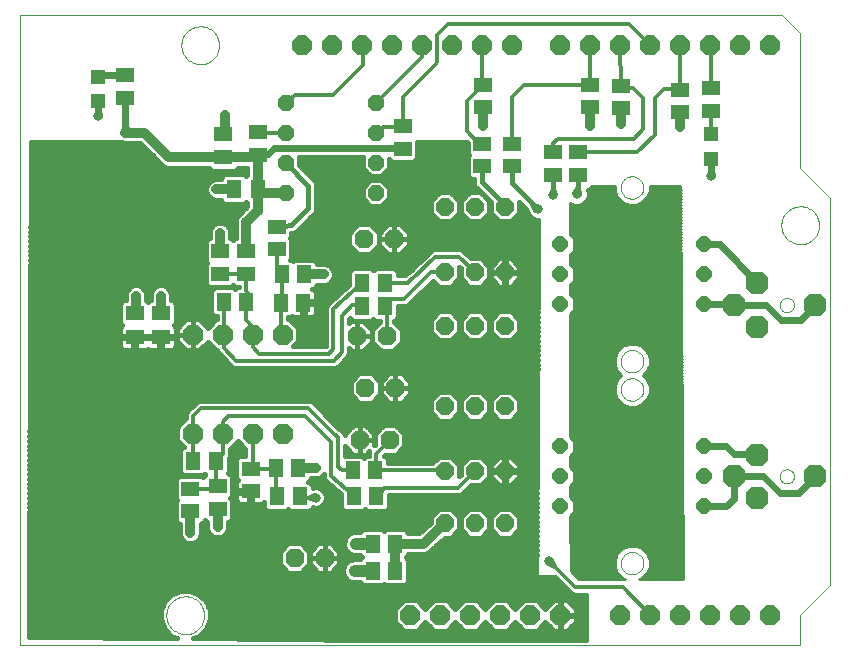
<source format=gtl>
G75*
%MOIN*%
%OFA0B0*%
%FSLAX24Y24*%
%IPPOS*%
%LPD*%
%AMOC8*
5,1,8,0,0,1.08239X$1,22.5*
%
%ADD10OC8,0.0630*%
%ADD11OC8,0.0680*%
%ADD12OC8,0.0600*%
%ADD13R,0.0591X0.0512*%
%ADD14R,0.0512X0.0591*%
%ADD15OC8,0.0512*%
%ADD16C,0.0000*%
%ADD17OC8,0.0660*%
%ADD18OC8,0.0520*%
%ADD19OC8,0.0760*%
%ADD20R,0.0630X0.0512*%
%ADD21R,0.0472X0.0472*%
%ADD22R,0.0512X0.0630*%
%ADD23C,0.0320*%
%ADD24C,0.0120*%
%ADD25C,0.0317*%
%ADD26C,0.0400*%
%ADD27C,0.0356*%
%ADD28C,0.0240*%
%ADD29C,0.0160*%
%ADD30C,0.0100*%
D10*
X011846Y003413D03*
X012846Y003413D03*
X014011Y007350D03*
X015011Y007350D03*
X015208Y009083D03*
X014208Y009083D03*
X013932Y010815D03*
X014932Y010815D03*
X015169Y014043D03*
X014169Y014043D03*
D11*
X011444Y010851D03*
X010444Y010851D03*
X009444Y010851D03*
X008444Y010851D03*
X008444Y007551D03*
X009444Y007551D03*
X010444Y007551D03*
X011444Y007551D03*
D12*
X016857Y008469D03*
X017857Y008469D03*
X018857Y008469D03*
X018857Y006311D03*
X017857Y006311D03*
X016857Y006311D03*
X016857Y004571D03*
X017857Y004571D03*
X018857Y004571D03*
X018857Y011146D03*
X017857Y011146D03*
X016857Y011146D03*
X016857Y012925D03*
X017857Y012925D03*
X018857Y012925D03*
X018857Y015122D03*
X017857Y015122D03*
X016857Y015122D03*
D13*
X018094Y016465D03*
X018094Y017213D03*
X019078Y017213D03*
X019078Y016465D03*
X020456Y016189D03*
X021283Y016189D03*
X021283Y016937D03*
X020456Y016937D03*
X021676Y018433D03*
X021676Y019181D03*
X022739Y019142D03*
X022739Y018394D03*
X024708Y018276D03*
X025731Y018315D03*
X025731Y019063D03*
X024708Y019024D03*
X018133Y019181D03*
X018133Y018433D03*
X015456Y017803D03*
X015456Y017055D03*
X011243Y014457D03*
X011243Y013709D03*
X010220Y013630D03*
X010220Y012882D03*
X009354Y012882D03*
X009354Y013630D03*
X010613Y016858D03*
X010613Y017606D03*
X006204Y018748D03*
X006204Y019496D03*
X010377Y006386D03*
X009275Y005795D03*
X009275Y005047D03*
X008369Y004969D03*
X008369Y005717D03*
X010377Y005638D03*
D14*
X011263Y005461D03*
X012011Y005461D03*
X011972Y006406D03*
X011224Y006406D03*
X009216Y006642D03*
X008468Y006642D03*
X013783Y006327D03*
X014531Y006327D03*
X014570Y005461D03*
X013822Y005461D03*
X014452Y003886D03*
X015200Y003886D03*
X015200Y002980D03*
X014452Y002980D03*
X014098Y011799D03*
X014846Y011799D03*
X014846Y012587D03*
X014098Y012587D03*
X012169Y012862D03*
X011420Y012862D03*
X011381Y011917D03*
X012129Y011917D03*
X010239Y011957D03*
X009491Y011957D03*
D15*
X020694Y011862D03*
X020705Y012862D03*
X020694Y013862D03*
X025494Y013862D03*
X025494Y012862D03*
X025494Y011862D03*
X025494Y007130D03*
X025494Y006130D03*
X025494Y005130D03*
X020694Y005130D03*
X020705Y006130D03*
X020694Y007130D03*
D16*
X002700Y000500D02*
X002700Y021500D01*
X028100Y021500D01*
X028700Y020900D01*
X028700Y016400D01*
X029700Y015400D01*
X029700Y002500D01*
X028700Y001500D01*
X028700Y000500D01*
X002700Y000500D01*
X007570Y001500D02*
X007572Y001550D01*
X007578Y001600D01*
X007588Y001649D01*
X007602Y001697D01*
X007619Y001744D01*
X007640Y001789D01*
X007665Y001833D01*
X007693Y001874D01*
X007725Y001913D01*
X007759Y001950D01*
X007796Y001984D01*
X007836Y002014D01*
X007878Y002041D01*
X007922Y002065D01*
X007968Y002086D01*
X008015Y002102D01*
X008063Y002115D01*
X008113Y002124D01*
X008162Y002129D01*
X008213Y002130D01*
X008263Y002127D01*
X008312Y002120D01*
X008361Y002109D01*
X008409Y002094D01*
X008455Y002076D01*
X008500Y002054D01*
X008543Y002028D01*
X008584Y001999D01*
X008623Y001967D01*
X008659Y001932D01*
X008691Y001894D01*
X008721Y001854D01*
X008748Y001811D01*
X008771Y001767D01*
X008790Y001721D01*
X008806Y001673D01*
X008818Y001624D01*
X008826Y001575D01*
X008830Y001525D01*
X008830Y001475D01*
X008826Y001425D01*
X008818Y001376D01*
X008806Y001327D01*
X008790Y001279D01*
X008771Y001233D01*
X008748Y001189D01*
X008721Y001146D01*
X008691Y001106D01*
X008659Y001068D01*
X008623Y001033D01*
X008584Y001001D01*
X008543Y000972D01*
X008500Y000946D01*
X008455Y000924D01*
X008409Y000906D01*
X008361Y000891D01*
X008312Y000880D01*
X008263Y000873D01*
X008213Y000870D01*
X008162Y000871D01*
X008113Y000876D01*
X008063Y000885D01*
X008015Y000898D01*
X007968Y000914D01*
X007922Y000935D01*
X007878Y000959D01*
X007836Y000986D01*
X007796Y001016D01*
X007759Y001050D01*
X007725Y001087D01*
X007693Y001126D01*
X007665Y001167D01*
X007640Y001211D01*
X007619Y001256D01*
X007602Y001303D01*
X007588Y001351D01*
X007578Y001400D01*
X007572Y001450D01*
X007570Y001500D01*
X022720Y003235D02*
X022722Y003273D01*
X022728Y003312D01*
X022738Y003349D01*
X022751Y003385D01*
X022769Y003419D01*
X022789Y003452D01*
X022813Y003482D01*
X022840Y003509D01*
X022870Y003534D01*
X022901Y003556D01*
X022935Y003574D01*
X022971Y003588D01*
X023008Y003599D01*
X023046Y003606D01*
X023084Y003609D01*
X023123Y003608D01*
X023161Y003603D01*
X023199Y003594D01*
X023235Y003581D01*
X023270Y003565D01*
X023303Y003545D01*
X023334Y003522D01*
X023362Y003496D01*
X023387Y003467D01*
X023410Y003436D01*
X023429Y003402D01*
X023444Y003367D01*
X023456Y003330D01*
X023464Y003293D01*
X023468Y003254D01*
X023468Y003216D01*
X023464Y003177D01*
X023456Y003140D01*
X023444Y003103D01*
X023429Y003068D01*
X023410Y003034D01*
X023387Y003003D01*
X023362Y002974D01*
X023334Y002948D01*
X023303Y002925D01*
X023270Y002905D01*
X023235Y002889D01*
X023199Y002876D01*
X023161Y002867D01*
X023123Y002862D01*
X023084Y002861D01*
X023046Y002864D01*
X023008Y002871D01*
X022971Y002882D01*
X022935Y002896D01*
X022901Y002914D01*
X022870Y002936D01*
X022840Y002961D01*
X022813Y002988D01*
X022789Y003018D01*
X022769Y003051D01*
X022751Y003085D01*
X022738Y003121D01*
X022728Y003158D01*
X022722Y003197D01*
X022720Y003235D01*
X028015Y006130D02*
X028017Y006160D01*
X028023Y006190D01*
X028032Y006219D01*
X028045Y006246D01*
X028062Y006271D01*
X028081Y006294D01*
X028104Y006315D01*
X028129Y006332D01*
X028155Y006346D01*
X028184Y006356D01*
X028213Y006363D01*
X028243Y006366D01*
X028274Y006365D01*
X028304Y006360D01*
X028333Y006351D01*
X028360Y006339D01*
X028386Y006324D01*
X028410Y006305D01*
X028431Y006283D01*
X028449Y006259D01*
X028464Y006232D01*
X028475Y006204D01*
X028483Y006175D01*
X028487Y006145D01*
X028487Y006115D01*
X028483Y006085D01*
X028475Y006056D01*
X028464Y006028D01*
X028449Y006001D01*
X028431Y005977D01*
X028410Y005955D01*
X028386Y005936D01*
X028360Y005921D01*
X028333Y005909D01*
X028304Y005900D01*
X028274Y005895D01*
X028243Y005894D01*
X028213Y005897D01*
X028184Y005904D01*
X028155Y005914D01*
X028129Y005928D01*
X028104Y005945D01*
X028081Y005966D01*
X028062Y005989D01*
X028045Y006014D01*
X028032Y006041D01*
X028023Y006070D01*
X028017Y006100D01*
X028015Y006130D01*
X022720Y009025D02*
X022722Y009063D01*
X022728Y009102D01*
X022738Y009139D01*
X022751Y009175D01*
X022769Y009209D01*
X022789Y009242D01*
X022813Y009272D01*
X022840Y009299D01*
X022870Y009324D01*
X022901Y009346D01*
X022935Y009364D01*
X022971Y009378D01*
X023008Y009389D01*
X023046Y009396D01*
X023084Y009399D01*
X023123Y009398D01*
X023161Y009393D01*
X023199Y009384D01*
X023235Y009371D01*
X023270Y009355D01*
X023303Y009335D01*
X023334Y009312D01*
X023362Y009286D01*
X023387Y009257D01*
X023410Y009226D01*
X023429Y009192D01*
X023444Y009157D01*
X023456Y009120D01*
X023464Y009083D01*
X023468Y009044D01*
X023468Y009006D01*
X023464Y008967D01*
X023456Y008930D01*
X023444Y008893D01*
X023429Y008858D01*
X023410Y008824D01*
X023387Y008793D01*
X023362Y008764D01*
X023334Y008738D01*
X023303Y008715D01*
X023270Y008695D01*
X023235Y008679D01*
X023199Y008666D01*
X023161Y008657D01*
X023123Y008652D01*
X023084Y008651D01*
X023046Y008654D01*
X023008Y008661D01*
X022971Y008672D01*
X022935Y008686D01*
X022901Y008704D01*
X022870Y008726D01*
X022840Y008751D01*
X022813Y008778D01*
X022789Y008808D01*
X022769Y008841D01*
X022751Y008875D01*
X022738Y008911D01*
X022728Y008948D01*
X022722Y008987D01*
X022720Y009025D01*
X022720Y009967D02*
X022722Y010005D01*
X022728Y010044D01*
X022738Y010081D01*
X022751Y010117D01*
X022769Y010151D01*
X022789Y010184D01*
X022813Y010214D01*
X022840Y010241D01*
X022870Y010266D01*
X022901Y010288D01*
X022935Y010306D01*
X022971Y010320D01*
X023008Y010331D01*
X023046Y010338D01*
X023084Y010341D01*
X023123Y010340D01*
X023161Y010335D01*
X023199Y010326D01*
X023235Y010313D01*
X023270Y010297D01*
X023303Y010277D01*
X023334Y010254D01*
X023362Y010228D01*
X023387Y010199D01*
X023410Y010168D01*
X023429Y010134D01*
X023444Y010099D01*
X023456Y010062D01*
X023464Y010025D01*
X023468Y009986D01*
X023468Y009948D01*
X023464Y009909D01*
X023456Y009872D01*
X023444Y009835D01*
X023429Y009800D01*
X023410Y009766D01*
X023387Y009735D01*
X023362Y009706D01*
X023334Y009680D01*
X023303Y009657D01*
X023270Y009637D01*
X023235Y009621D01*
X023199Y009608D01*
X023161Y009599D01*
X023123Y009594D01*
X023084Y009593D01*
X023046Y009596D01*
X023008Y009603D01*
X022971Y009614D01*
X022935Y009628D01*
X022901Y009646D01*
X022870Y009668D01*
X022840Y009693D01*
X022813Y009720D01*
X022789Y009750D01*
X022769Y009783D01*
X022751Y009817D01*
X022738Y009853D01*
X022728Y009890D01*
X022722Y009929D01*
X022720Y009967D01*
X028015Y011839D02*
X028017Y011869D01*
X028023Y011899D01*
X028032Y011928D01*
X028045Y011955D01*
X028062Y011980D01*
X028081Y012003D01*
X028104Y012024D01*
X028129Y012041D01*
X028155Y012055D01*
X028184Y012065D01*
X028213Y012072D01*
X028243Y012075D01*
X028274Y012074D01*
X028304Y012069D01*
X028333Y012060D01*
X028360Y012048D01*
X028386Y012033D01*
X028410Y012014D01*
X028431Y011992D01*
X028449Y011968D01*
X028464Y011941D01*
X028475Y011913D01*
X028483Y011884D01*
X028487Y011854D01*
X028487Y011824D01*
X028483Y011794D01*
X028475Y011765D01*
X028464Y011737D01*
X028449Y011710D01*
X028431Y011686D01*
X028410Y011664D01*
X028386Y011645D01*
X028360Y011630D01*
X028333Y011618D01*
X028304Y011609D01*
X028274Y011604D01*
X028243Y011603D01*
X028213Y011606D01*
X028184Y011613D01*
X028155Y011623D01*
X028129Y011637D01*
X028104Y011654D01*
X028081Y011675D01*
X028062Y011698D01*
X028045Y011723D01*
X028032Y011750D01*
X028023Y011779D01*
X028017Y011809D01*
X028015Y011839D01*
X028070Y014500D02*
X028072Y014550D01*
X028078Y014600D01*
X028088Y014649D01*
X028102Y014697D01*
X028119Y014744D01*
X028140Y014789D01*
X028165Y014833D01*
X028193Y014874D01*
X028225Y014913D01*
X028259Y014950D01*
X028296Y014984D01*
X028336Y015014D01*
X028378Y015041D01*
X028422Y015065D01*
X028468Y015086D01*
X028515Y015102D01*
X028563Y015115D01*
X028613Y015124D01*
X028662Y015129D01*
X028713Y015130D01*
X028763Y015127D01*
X028812Y015120D01*
X028861Y015109D01*
X028909Y015094D01*
X028955Y015076D01*
X029000Y015054D01*
X029043Y015028D01*
X029084Y014999D01*
X029123Y014967D01*
X029159Y014932D01*
X029191Y014894D01*
X029221Y014854D01*
X029248Y014811D01*
X029271Y014767D01*
X029290Y014721D01*
X029306Y014673D01*
X029318Y014624D01*
X029326Y014575D01*
X029330Y014525D01*
X029330Y014475D01*
X029326Y014425D01*
X029318Y014376D01*
X029306Y014327D01*
X029290Y014279D01*
X029271Y014233D01*
X029248Y014189D01*
X029221Y014146D01*
X029191Y014106D01*
X029159Y014068D01*
X029123Y014033D01*
X029084Y014001D01*
X029043Y013972D01*
X029000Y013946D01*
X028955Y013924D01*
X028909Y013906D01*
X028861Y013891D01*
X028812Y013880D01*
X028763Y013873D01*
X028713Y013870D01*
X028662Y013871D01*
X028613Y013876D01*
X028563Y013885D01*
X028515Y013898D01*
X028468Y013914D01*
X028422Y013935D01*
X028378Y013959D01*
X028336Y013986D01*
X028296Y014016D01*
X028259Y014050D01*
X028225Y014087D01*
X028193Y014126D01*
X028165Y014167D01*
X028140Y014211D01*
X028119Y014256D01*
X028102Y014303D01*
X028088Y014351D01*
X028078Y014400D01*
X028072Y014450D01*
X028070Y014500D01*
X022720Y015757D02*
X022722Y015795D01*
X022728Y015834D01*
X022738Y015871D01*
X022751Y015907D01*
X022769Y015941D01*
X022789Y015974D01*
X022813Y016004D01*
X022840Y016031D01*
X022870Y016056D01*
X022901Y016078D01*
X022935Y016096D01*
X022971Y016110D01*
X023008Y016121D01*
X023046Y016128D01*
X023084Y016131D01*
X023123Y016130D01*
X023161Y016125D01*
X023199Y016116D01*
X023235Y016103D01*
X023270Y016087D01*
X023303Y016067D01*
X023334Y016044D01*
X023362Y016018D01*
X023387Y015989D01*
X023410Y015958D01*
X023429Y015924D01*
X023444Y015889D01*
X023456Y015852D01*
X023464Y015815D01*
X023468Y015776D01*
X023468Y015738D01*
X023464Y015699D01*
X023456Y015662D01*
X023444Y015625D01*
X023429Y015590D01*
X023410Y015556D01*
X023387Y015525D01*
X023362Y015496D01*
X023334Y015470D01*
X023303Y015447D01*
X023270Y015427D01*
X023235Y015411D01*
X023199Y015398D01*
X023161Y015389D01*
X023123Y015384D01*
X023084Y015383D01*
X023046Y015386D01*
X023008Y015393D01*
X022971Y015404D01*
X022935Y015418D01*
X022901Y015436D01*
X022870Y015458D01*
X022840Y015483D01*
X022813Y015510D01*
X022789Y015540D01*
X022769Y015573D01*
X022751Y015607D01*
X022738Y015643D01*
X022728Y015680D01*
X022722Y015719D01*
X022720Y015757D01*
X008070Y020500D02*
X008072Y020550D01*
X008078Y020600D01*
X008088Y020649D01*
X008102Y020697D01*
X008119Y020744D01*
X008140Y020789D01*
X008165Y020833D01*
X008193Y020874D01*
X008225Y020913D01*
X008259Y020950D01*
X008296Y020984D01*
X008336Y021014D01*
X008378Y021041D01*
X008422Y021065D01*
X008468Y021086D01*
X008515Y021102D01*
X008563Y021115D01*
X008613Y021124D01*
X008662Y021129D01*
X008713Y021130D01*
X008763Y021127D01*
X008812Y021120D01*
X008861Y021109D01*
X008909Y021094D01*
X008955Y021076D01*
X009000Y021054D01*
X009043Y021028D01*
X009084Y020999D01*
X009123Y020967D01*
X009159Y020932D01*
X009191Y020894D01*
X009221Y020854D01*
X009248Y020811D01*
X009271Y020767D01*
X009290Y020721D01*
X009306Y020673D01*
X009318Y020624D01*
X009326Y020575D01*
X009330Y020525D01*
X009330Y020475D01*
X009326Y020425D01*
X009318Y020376D01*
X009306Y020327D01*
X009290Y020279D01*
X009271Y020233D01*
X009248Y020189D01*
X009221Y020146D01*
X009191Y020106D01*
X009159Y020068D01*
X009123Y020033D01*
X009084Y020001D01*
X009043Y019972D01*
X009000Y019946D01*
X008955Y019924D01*
X008909Y019906D01*
X008861Y019891D01*
X008812Y019880D01*
X008763Y019873D01*
X008713Y019870D01*
X008662Y019871D01*
X008613Y019876D01*
X008563Y019885D01*
X008515Y019898D01*
X008468Y019914D01*
X008422Y019935D01*
X008378Y019959D01*
X008336Y019986D01*
X008296Y020016D01*
X008259Y020050D01*
X008225Y020087D01*
X008193Y020126D01*
X008165Y020167D01*
X008140Y020211D01*
X008119Y020256D01*
X008102Y020303D01*
X008088Y020351D01*
X008078Y020400D01*
X008072Y020450D01*
X008070Y020500D01*
D17*
X012100Y020500D03*
X013100Y020500D03*
X014100Y020500D03*
X015100Y020500D03*
X016100Y020500D03*
X017100Y020500D03*
X018100Y020500D03*
X019100Y020500D03*
X020700Y020500D03*
X021700Y020500D03*
X022700Y020500D03*
X023700Y020500D03*
X024700Y020500D03*
X025700Y020500D03*
X026700Y020500D03*
X027700Y020500D03*
X027700Y001500D03*
X026700Y001500D03*
X025700Y001500D03*
X024700Y001500D03*
X023700Y001500D03*
X022700Y001500D03*
X020700Y001500D03*
X019700Y001500D03*
X018700Y001500D03*
X017700Y001500D03*
X016700Y001500D03*
X015700Y001500D03*
D18*
X014554Y015575D03*
X014554Y016575D03*
X014554Y017575D03*
X014554Y018575D03*
X011554Y018575D03*
X011554Y017575D03*
X011554Y016575D03*
X011554Y015575D03*
D19*
X026480Y011839D03*
X027267Y012567D03*
X029196Y011839D03*
X027267Y011110D03*
X027267Y006858D03*
X026480Y006130D03*
X027267Y005402D03*
X029196Y006130D03*
D20*
X009472Y016760D03*
X009472Y017547D03*
X007385Y011563D03*
X006519Y011563D03*
X006519Y010776D03*
X007385Y010776D03*
D21*
X005298Y018630D03*
X005298Y019457D03*
X025731Y017528D03*
X025731Y016701D03*
D22*
X010613Y015697D03*
X009826Y015697D03*
D23*
X009235Y015697D01*
X009472Y016760D02*
X007661Y016760D01*
X006834Y017587D01*
X006204Y017587D01*
X009472Y017547D02*
X009511Y017744D01*
X009511Y018177D01*
X010613Y016858D02*
X010515Y016760D01*
X009472Y016760D01*
X010613Y016858D02*
X010613Y015697D01*
X010613Y014988D01*
X010220Y014594D01*
X010220Y013630D01*
X009354Y013630D02*
X009354Y014240D01*
X010735Y015575D02*
X010613Y015697D01*
X010735Y015575D02*
X011554Y015575D01*
X015357Y017783D02*
X015436Y017783D01*
X015456Y017803D01*
X018133Y017823D02*
X018133Y018433D01*
X021676Y018433D02*
X021676Y017823D01*
X022739Y017862D02*
X022739Y018394D01*
X024708Y018276D02*
X024708Y017783D01*
X012818Y012862D02*
X012169Y012862D01*
X007385Y012154D02*
X007385Y011563D01*
X006558Y011563D02*
X006558Y012154D01*
X006558Y011563D02*
X006519Y011563D01*
X011972Y006406D02*
X012543Y006406D01*
X009275Y005047D02*
X009275Y004437D01*
X008369Y004240D02*
X008369Y004969D01*
X015200Y003886D02*
X015200Y002980D01*
X015200Y003886D02*
X016133Y003886D01*
X016857Y004571D01*
D24*
X017283Y005736D02*
X014826Y005736D01*
X014550Y005303D01*
X014570Y005461D01*
X013822Y005461D02*
X013054Y006150D01*
X013054Y007272D01*
X012188Y008138D01*
X009629Y008138D01*
X009444Y007953D01*
X009444Y007551D01*
X009444Y006870D01*
X009216Y006642D01*
X009216Y005854D01*
X009275Y005795D01*
X009196Y005717D01*
X008369Y005717D01*
X008468Y006642D02*
X008468Y008157D01*
X008724Y008413D01*
X012306Y008413D01*
X013172Y007547D01*
X013291Y007429D01*
X013291Y006445D01*
X013409Y006327D01*
X013704Y006327D01*
X013783Y006327D01*
X014531Y006327D02*
X014550Y006346D01*
X014550Y006878D01*
X015011Y007339D01*
X015011Y007350D01*
X014531Y006327D02*
X016842Y006327D01*
X016857Y006311D01*
X017283Y005736D02*
X017857Y006311D01*
X020338Y003295D02*
X020302Y003204D01*
X020512Y003121D01*
X020429Y003331D01*
X020338Y003295D01*
X021204Y002429D01*
X022779Y002429D01*
X023700Y001508D01*
X023700Y001500D01*
X012543Y005421D02*
X012503Y005511D01*
X012296Y005421D01*
X012503Y005331D01*
X012543Y005421D01*
X012503Y005421D01*
X012011Y005421D01*
X012011Y005461D01*
X011263Y005461D02*
X011224Y005500D01*
X011224Y006406D01*
X011204Y006386D01*
X010377Y006386D01*
X010444Y006453D01*
X010444Y007551D01*
X008444Y007551D02*
X008444Y006665D01*
X008468Y006642D01*
X009905Y009988D02*
X011913Y009988D01*
X013172Y009988D01*
X013409Y010264D01*
X013409Y010500D01*
X013409Y011484D01*
X013763Y011839D01*
X014098Y011799D01*
X014846Y011799D02*
X014932Y011713D01*
X014932Y010815D01*
X014846Y011799D02*
X015082Y012035D01*
X015495Y012035D01*
X016385Y012925D01*
X016857Y012925D01*
X016519Y013453D02*
X017330Y013453D01*
X017857Y012925D01*
X016519Y013453D02*
X015771Y012705D01*
X015731Y012705D01*
X015613Y012587D01*
X014846Y012587D01*
X014098Y012587D02*
X013133Y011701D01*
X013133Y010382D01*
X012976Y010224D01*
X010653Y010224D01*
X010444Y010433D01*
X010444Y010851D01*
X010495Y010902D01*
X010495Y011091D01*
X010239Y011346D01*
X010239Y011957D01*
X010338Y012055D01*
X010338Y012193D01*
X010220Y012311D01*
X010220Y012882D01*
X009354Y012882D01*
X009491Y011957D02*
X009491Y010898D01*
X009491Y010402D01*
X009905Y009988D01*
X009444Y010851D02*
X009491Y010898D01*
X011381Y010914D02*
X011444Y010851D01*
X011381Y010914D02*
X011381Y011642D01*
X011420Y011681D01*
X011420Y012862D01*
X011243Y013039D01*
X011243Y013492D01*
X011342Y013709D01*
X011243Y013709D01*
X011381Y011917D02*
X011381Y011642D01*
X014523Y016575D02*
X014554Y016575D01*
X014554Y017575D02*
X014554Y017591D01*
X014787Y017783D01*
X015357Y017783D01*
X015456Y017803D02*
X015456Y018768D01*
X015692Y019004D01*
X016558Y019870D01*
X016598Y019949D01*
X016598Y020854D01*
X016952Y021209D01*
X022976Y021209D01*
X023700Y020500D01*
X022700Y020500D02*
X022739Y019142D01*
X023113Y019063D01*
X023448Y018728D01*
X023448Y017705D01*
X023172Y017390D01*
X022936Y017390D01*
X022818Y017390D01*
X020613Y017390D01*
X020456Y017232D01*
X020456Y016937D01*
X021283Y016937D02*
X023271Y016937D01*
X023842Y017508D01*
X023842Y018728D01*
X024157Y019043D01*
X024688Y019043D01*
X024708Y019024D01*
X024700Y019031D01*
X024700Y020500D01*
X025700Y020500D02*
X025731Y020469D01*
X025731Y019063D01*
X025731Y018315D02*
X025731Y017528D01*
X021700Y019205D02*
X021700Y020500D01*
X021700Y019205D02*
X021676Y019181D01*
X019491Y019181D01*
X019078Y018768D01*
X019078Y017213D01*
X018094Y017213D02*
X017995Y017213D01*
X017582Y017626D01*
X017582Y018630D01*
X018133Y019181D01*
X018100Y019214D01*
X018100Y020500D01*
X016100Y020500D02*
X016086Y020106D01*
X014554Y018575D01*
X014117Y019831D02*
X013133Y018846D01*
X011873Y018846D01*
X011554Y018575D01*
X011554Y017575D02*
X010857Y017575D01*
X010613Y017606D01*
X014117Y019831D02*
X014100Y020500D01*
D25*
X018133Y017823D03*
X020456Y015500D03*
X021243Y015539D03*
X019944Y015028D03*
X021676Y017823D03*
X022739Y017862D03*
X024708Y017783D03*
X025731Y016130D03*
X012818Y012862D03*
X009354Y014240D03*
X009235Y015697D03*
X006204Y017587D03*
X005298Y018138D03*
X009511Y018177D03*
X007385Y012154D03*
X006558Y012154D03*
X012543Y006406D03*
X012543Y005421D03*
X009275Y004437D03*
X008369Y004240D03*
X020338Y003295D03*
D26*
X014452Y002980D02*
X013842Y002980D01*
X013881Y003886D02*
X014452Y003886D01*
D27*
X013881Y003886D03*
X013842Y002980D03*
D28*
X025494Y005130D02*
X026228Y005130D01*
X026480Y005382D01*
X026480Y006130D01*
X027464Y006130D01*
X028015Y005579D01*
X028645Y005579D01*
X029196Y006130D01*
X027267Y006858D02*
X027247Y006878D01*
X026480Y006878D01*
X026228Y007130D01*
X025494Y007130D01*
X028054Y011327D02*
X028724Y011327D01*
X029196Y011839D01*
X028054Y011327D02*
X027543Y011839D01*
X026480Y011839D01*
X026495Y011862D01*
X025494Y011862D01*
X027267Y012567D02*
X026011Y013862D01*
X025494Y013862D01*
X025731Y016130D02*
X025769Y016136D01*
X025731Y016376D01*
X025694Y016136D01*
X025731Y016130D01*
X025731Y016701D01*
X015456Y017055D02*
X015318Y017094D01*
X015062Y017075D01*
X012054Y017075D01*
X011401Y017075D01*
X011165Y017075D01*
X010968Y016878D01*
X010633Y016878D01*
X010613Y016858D01*
X006242Y017593D02*
X006204Y017587D01*
X006166Y017593D01*
X006204Y017833D01*
X006242Y017593D01*
X006204Y017587D02*
X006204Y018748D01*
X005298Y018630D02*
X005298Y018138D01*
X005336Y018144D01*
X005298Y018384D01*
X005260Y018144D01*
X005298Y018138D01*
X005298Y019457D02*
X005338Y019496D01*
X006204Y019496D01*
D29*
X006076Y017272D02*
X006136Y017247D01*
X006693Y017247D01*
X007468Y016472D01*
X007593Y016420D01*
X008986Y016420D01*
X009082Y016324D01*
X009861Y016324D01*
X009957Y016420D01*
X010273Y016420D01*
X010273Y016182D01*
X010220Y016129D01*
X010156Y016192D01*
X009496Y016192D01*
X009390Y016086D01*
X009390Y016037D01*
X009168Y016037D01*
X009043Y015985D01*
X008947Y015889D01*
X008895Y015764D01*
X008895Y015629D01*
X008947Y015504D01*
X009043Y015409D01*
X009168Y015357D01*
X009390Y015357D01*
X009390Y015307D01*
X009496Y015202D01*
X010156Y015202D01*
X010220Y015265D01*
X010273Y015211D01*
X010273Y015129D01*
X009931Y014787D01*
X009880Y014662D01*
X009880Y014066D01*
X009850Y014066D01*
X009787Y014003D01*
X009723Y014066D01*
X009694Y014066D01*
X009694Y014308D01*
X009642Y014433D01*
X009546Y014528D01*
X009421Y014580D01*
X009286Y014580D01*
X009161Y014528D01*
X009065Y014433D01*
X009014Y014308D01*
X009014Y014066D01*
X008984Y014066D01*
X008878Y013960D01*
X008878Y013299D01*
X008922Y013256D01*
X008878Y013212D01*
X008878Y012551D01*
X008984Y012446D01*
X009723Y012446D01*
X009787Y012509D01*
X009850Y012446D01*
X009980Y012446D01*
X009980Y012432D01*
X009909Y012432D01*
X009865Y012388D01*
X009822Y012432D01*
X009161Y012432D01*
X009055Y012327D01*
X009055Y011587D01*
X009161Y011481D01*
X009251Y011481D01*
X009251Y011371D01*
X009229Y011371D01*
X008944Y011086D01*
X008659Y011371D01*
X008444Y011371D01*
X008229Y011371D01*
X007924Y011066D01*
X007924Y010851D01*
X008444Y010851D01*
X008444Y011371D01*
X008444Y010851D01*
X008444Y010851D01*
X008444Y010851D01*
X007924Y010851D01*
X007924Y010635D01*
X008229Y010331D01*
X008444Y010331D01*
X008444Y010851D01*
X008444Y010851D01*
X008444Y010331D01*
X008659Y010331D01*
X008944Y010615D01*
X009229Y010331D01*
X009261Y010331D01*
X009288Y010266D01*
X009701Y009852D01*
X009769Y009785D01*
X009857Y009748D01*
X013134Y009748D01*
X013143Y009745D01*
X013182Y009748D01*
X013220Y009748D01*
X013229Y009752D01*
X013238Y009753D01*
X013273Y009770D01*
X013308Y009785D01*
X013315Y009791D01*
X013324Y009796D01*
X013349Y009825D01*
X013376Y009852D01*
X013380Y009861D01*
X013585Y010101D01*
X013612Y010128D01*
X013616Y010137D01*
X013622Y010144D01*
X013634Y010180D01*
X013649Y010216D01*
X013649Y010226D01*
X013652Y010235D01*
X013649Y010273D01*
X013649Y010399D01*
X013727Y010320D01*
X013932Y010320D01*
X013932Y010815D01*
X013932Y011310D01*
X013727Y011310D01*
X013649Y011231D01*
X013649Y011385D01*
X013677Y011414D01*
X013767Y011324D01*
X014428Y011324D01*
X014472Y011367D01*
X014515Y011324D01*
X014692Y011324D01*
X014692Y011275D01*
X014437Y011020D01*
X014437Y010610D01*
X014727Y010320D01*
X015137Y010320D01*
X015427Y010610D01*
X015427Y011020D01*
X015172Y011275D01*
X015172Y011324D01*
X015176Y011324D01*
X015282Y011429D01*
X015282Y011795D01*
X015543Y011795D01*
X015631Y011832D01*
X015699Y011899D01*
X016452Y012652D01*
X016659Y012445D01*
X017056Y012445D01*
X017337Y012726D01*
X017337Y013106D01*
X017377Y013066D01*
X017377Y012726D01*
X017659Y012445D01*
X018056Y012445D01*
X018337Y012726D01*
X018337Y013124D01*
X018056Y013405D01*
X017717Y013405D01*
X017466Y013656D01*
X017378Y013693D01*
X016471Y013693D01*
X016383Y013656D01*
X016315Y013589D01*
X015663Y012936D01*
X015596Y012908D01*
X015514Y012827D01*
X015282Y012827D01*
X015282Y012956D01*
X015176Y013062D01*
X014515Y013062D01*
X014472Y013018D01*
X014428Y013062D01*
X013767Y013062D01*
X013662Y012956D01*
X013662Y012512D01*
X013002Y011906D01*
X012997Y011904D01*
X012967Y011874D01*
X012936Y011845D01*
X012933Y011840D01*
X012930Y011837D01*
X012913Y011797D01*
X012895Y011759D01*
X012895Y011753D01*
X012893Y011749D01*
X012893Y011706D01*
X012891Y011663D01*
X012893Y011658D01*
X012893Y010481D01*
X012876Y010464D01*
X011793Y010464D01*
X011964Y010635D01*
X011964Y011066D01*
X011659Y011371D01*
X011621Y011371D01*
X011621Y011442D01*
X011712Y011442D01*
X011755Y011486D01*
X011763Y011478D01*
X011804Y011454D01*
X011850Y011442D01*
X012081Y011442D01*
X012081Y011869D01*
X012177Y011869D01*
X012177Y011442D01*
X012409Y011442D01*
X012455Y011454D01*
X012496Y011478D01*
X012529Y011512D01*
X012553Y011553D01*
X012565Y011598D01*
X012565Y011869D01*
X012177Y011869D01*
X012177Y011965D01*
X012565Y011965D01*
X012565Y012236D01*
X012553Y012282D01*
X012529Y012323D01*
X012496Y012357D01*
X012455Y012380D01*
X012430Y012387D01*
X012499Y012387D01*
X012604Y012492D01*
X012604Y012522D01*
X012886Y012522D01*
X013011Y012574D01*
X013106Y012670D01*
X013158Y012795D01*
X013158Y012930D01*
X013106Y013055D01*
X013011Y013150D01*
X012886Y013202D01*
X012604Y013202D01*
X012604Y013232D01*
X012499Y013337D01*
X011838Y013337D01*
X011794Y013294D01*
X011751Y013337D01*
X011678Y013337D01*
X011719Y013378D01*
X011719Y014039D01*
X011675Y014083D01*
X011719Y014126D01*
X011719Y014234D01*
X011746Y014236D01*
X011787Y014236D01*
X011797Y014240D01*
X011808Y014241D01*
X011845Y014260D01*
X011883Y014276D01*
X011890Y014283D01*
X011900Y014288D01*
X011927Y014320D01*
X012454Y014847D01*
X012527Y014920D01*
X012566Y015015D01*
X012566Y015875D01*
X012527Y015970D01*
X011994Y016502D01*
X011994Y016757D01*
X011977Y016775D01*
X014132Y016775D01*
X014114Y016757D01*
X014114Y016393D01*
X014372Y016135D01*
X014737Y016135D01*
X014994Y016393D01*
X014994Y016711D01*
X015086Y016619D01*
X015826Y016619D01*
X015931Y016725D01*
X015931Y017272D01*
X017597Y017272D01*
X017618Y017250D01*
X017618Y016882D01*
X017662Y016839D01*
X017618Y016795D01*
X017618Y016134D01*
X017724Y016029D01*
X017834Y016029D01*
X017834Y015881D01*
X017873Y015786D01*
X017946Y015713D01*
X018377Y015282D01*
X018377Y014923D01*
X018659Y014642D01*
X019056Y014642D01*
X019337Y014923D01*
X019337Y015266D01*
X019556Y015048D01*
X019636Y014887D01*
X019657Y014836D01*
X019752Y014741D01*
X019877Y014689D01*
X019969Y014689D01*
X019905Y002783D01*
X020510Y002783D01*
X021068Y002226D01*
X021156Y002189D01*
X021558Y002189D01*
X021558Y000680D01*
X014255Y000680D01*
X008455Y000729D01*
X008659Y000813D01*
X008887Y001041D01*
X009010Y001339D01*
X009010Y001661D01*
X008887Y001959D01*
X008659Y002187D01*
X008361Y002310D01*
X008039Y002310D01*
X007741Y002187D01*
X007513Y001959D01*
X007390Y001661D01*
X007390Y001339D01*
X007513Y001041D01*
X007741Y000813D01*
X007934Y000734D01*
X002976Y000776D01*
X003054Y017272D01*
X006076Y017272D01*
X006797Y017143D02*
X003054Y017143D01*
X003053Y016984D02*
X006956Y016984D01*
X007114Y016826D02*
X003052Y016826D01*
X003051Y016667D02*
X007273Y016667D01*
X007431Y016509D02*
X003051Y016509D01*
X003050Y016350D02*
X009056Y016350D01*
X009159Y016033D02*
X003048Y016033D01*
X003048Y015875D02*
X008941Y015875D01*
X008895Y015716D02*
X003047Y015716D01*
X003046Y015558D02*
X008925Y015558D01*
X009066Y015399D02*
X003045Y015399D01*
X003045Y015241D02*
X009457Y015241D01*
X009922Y014765D02*
X003042Y014765D01*
X003042Y014607D02*
X009880Y014607D01*
X009880Y014448D02*
X009627Y014448D01*
X009694Y014290D02*
X009880Y014290D01*
X009880Y014131D02*
X009694Y014131D01*
X009014Y014131D02*
X003039Y014131D01*
X003039Y013973D02*
X008890Y013973D01*
X008878Y013814D02*
X003038Y013814D01*
X003037Y013656D02*
X008878Y013656D01*
X008878Y013497D02*
X003036Y013497D01*
X003036Y013339D02*
X008878Y013339D01*
X008878Y013180D02*
X003035Y013180D01*
X003034Y013022D02*
X008878Y013022D01*
X008878Y012863D02*
X003033Y012863D01*
X003033Y012705D02*
X008878Y012705D01*
X008884Y012546D02*
X003032Y012546D01*
X003031Y012388D02*
X006311Y012388D01*
X006270Y012346D02*
X006218Y012221D01*
X006218Y011999D01*
X006129Y011999D01*
X006024Y011893D01*
X006024Y011233D01*
X006087Y011169D01*
X006060Y011142D01*
X006036Y011101D01*
X006024Y011055D01*
X006024Y010824D01*
X006471Y010824D01*
X006471Y010728D01*
X006024Y010728D01*
X006024Y010496D01*
X006036Y010450D01*
X006060Y010409D01*
X006093Y010376D01*
X006134Y010352D01*
X006180Y010340D01*
X006471Y010340D01*
X006471Y010728D01*
X006567Y010728D01*
X006567Y010824D01*
X007014Y010824D01*
X007337Y010824D01*
X007337Y010728D01*
X006567Y010728D01*
X006567Y010340D01*
X006858Y010340D01*
X006903Y010352D01*
X006944Y010376D01*
X006952Y010383D01*
X006960Y010376D01*
X007001Y010352D01*
X007046Y010340D01*
X007337Y010340D01*
X007337Y010728D01*
X007433Y010728D01*
X007433Y010824D01*
X007880Y010824D01*
X007880Y011055D01*
X007868Y011101D01*
X007844Y011142D01*
X007817Y011169D01*
X007880Y011233D01*
X007880Y011893D01*
X007775Y011999D01*
X007725Y011999D01*
X007725Y012221D01*
X007673Y012346D01*
X007578Y012442D01*
X007453Y012494D01*
X007317Y012494D01*
X007192Y012442D01*
X007097Y012346D01*
X007045Y012221D01*
X007045Y011999D01*
X006996Y011999D01*
X006952Y011955D01*
X006908Y011999D01*
X006898Y011999D01*
X006898Y012221D01*
X006847Y012346D01*
X006751Y012442D01*
X006626Y012494D01*
X006491Y012494D01*
X006366Y012442D01*
X006270Y012346D01*
X006222Y012229D02*
X003030Y012229D01*
X003030Y012071D02*
X006218Y012071D01*
X006042Y011912D02*
X003029Y011912D01*
X003028Y011754D02*
X006024Y011754D01*
X006024Y011595D02*
X003027Y011595D01*
X003026Y011437D02*
X006024Y011437D01*
X006024Y011278D02*
X003026Y011278D01*
X003025Y011120D02*
X006047Y011120D01*
X006024Y010961D02*
X003024Y010961D01*
X003023Y010803D02*
X006471Y010803D01*
X006567Y010803D02*
X007337Y010803D01*
X007433Y010803D02*
X007924Y010803D01*
X007880Y010728D02*
X007433Y010728D01*
X007433Y010340D01*
X007724Y010340D01*
X007769Y010352D01*
X007811Y010376D01*
X007844Y010409D01*
X007868Y010450D01*
X007880Y010496D01*
X007880Y010728D01*
X007880Y010644D02*
X007924Y010644D01*
X007877Y010486D02*
X008074Y010486D01*
X008444Y010486D02*
X008444Y010486D01*
X008444Y010644D02*
X008444Y010644D01*
X008444Y010803D02*
X008444Y010803D01*
X008444Y010961D02*
X008444Y010961D01*
X008444Y011120D02*
X008444Y011120D01*
X008444Y011278D02*
X008444Y011278D01*
X008136Y011278D02*
X007880Y011278D01*
X007880Y011437D02*
X009251Y011437D01*
X009136Y011278D02*
X008752Y011278D01*
X008911Y011120D02*
X008977Y011120D01*
X009074Y010486D02*
X008814Y010486D01*
X009262Y010327D02*
X003021Y010327D01*
X003020Y010169D02*
X009385Y010169D01*
X009543Y010010D02*
X003020Y010010D01*
X003019Y009852D02*
X009702Y009852D01*
X008676Y008653D02*
X008588Y008617D01*
X008520Y008549D01*
X008264Y008293D01*
X008228Y008205D01*
X008228Y008070D01*
X007924Y007766D01*
X007924Y007335D01*
X008142Y007117D01*
X008137Y007117D01*
X008032Y007012D01*
X008032Y006272D01*
X008137Y006166D01*
X008798Y006166D01*
X008842Y006210D01*
X008863Y006189D01*
X008800Y006126D01*
X008800Y006092D01*
X008739Y006152D01*
X007999Y006152D01*
X007894Y006047D01*
X007894Y005386D01*
X007938Y005343D01*
X007894Y005299D01*
X007894Y004638D01*
X007999Y004533D01*
X008029Y004533D01*
X008029Y004173D01*
X008081Y004048D01*
X008177Y003952D01*
X008302Y003900D01*
X008437Y003900D01*
X008562Y003952D01*
X008658Y004048D01*
X008709Y004173D01*
X008709Y004533D01*
X008739Y004533D01*
X008845Y004638D01*
X008845Y004672D01*
X008905Y004611D01*
X008935Y004611D01*
X008935Y004369D01*
X008987Y004244D01*
X009082Y004149D01*
X009207Y004097D01*
X009342Y004097D01*
X009467Y004149D01*
X009563Y004244D01*
X009615Y004369D01*
X009615Y004611D01*
X009645Y004611D01*
X009750Y004717D01*
X009750Y005378D01*
X009707Y005421D01*
X009750Y005465D01*
X009750Y006126D01*
X009645Y006231D01*
X009611Y006231D01*
X009652Y006272D01*
X009652Y006744D01*
X009684Y006822D01*
X009684Y007055D01*
X009944Y007315D01*
X010204Y007055D01*
X010204Y006822D01*
X010007Y006822D01*
X009902Y006716D01*
X009902Y006055D01*
X009945Y006012D01*
X009938Y006004D01*
X009914Y005963D01*
X009902Y005917D01*
X009902Y005686D01*
X010329Y005686D01*
X010329Y005590D01*
X009902Y005590D01*
X009902Y005358D01*
X009914Y005312D01*
X009938Y005271D01*
X009971Y005238D01*
X010012Y005214D01*
X010058Y005202D01*
X010329Y005202D01*
X010329Y005590D01*
X010425Y005590D01*
X010425Y005202D01*
X010696Y005202D01*
X010742Y005214D01*
X010783Y005238D01*
X010816Y005271D01*
X010827Y005290D01*
X010827Y005091D01*
X010933Y004985D01*
X011593Y004985D01*
X011637Y005029D01*
X011681Y004985D01*
X012341Y004985D01*
X012447Y005091D01*
X012447Y005094D01*
X012451Y005092D01*
X012453Y005092D01*
X012475Y005083D01*
X012610Y005083D01*
X012734Y005134D01*
X012829Y005230D01*
X012881Y005354D01*
X012881Y005489D01*
X012829Y005613D01*
X012734Y005708D01*
X012610Y005760D01*
X012475Y005760D01*
X012453Y005751D01*
X012451Y005751D01*
X012447Y005749D01*
X012447Y005830D01*
X012341Y005936D01*
X012308Y005936D01*
X012408Y006036D01*
X012408Y006066D01*
X012610Y006066D01*
X012735Y006117D01*
X012814Y006196D01*
X012814Y006191D01*
X012812Y006184D01*
X012814Y006143D01*
X012814Y006102D01*
X012817Y006096D01*
X012817Y006089D01*
X012835Y006052D01*
X012851Y006014D01*
X012856Y006009D01*
X012859Y006003D01*
X012889Y005975D01*
X012918Y005946D01*
X012925Y005944D01*
X013386Y005529D01*
X013386Y005091D01*
X013492Y004985D01*
X014153Y004985D01*
X014196Y005029D01*
X014240Y004985D01*
X014901Y004985D01*
X015006Y005091D01*
X015006Y005496D01*
X017330Y005496D01*
X017419Y005533D01*
X017717Y005831D01*
X018056Y005831D01*
X018337Y006112D01*
X018337Y006510D01*
X018056Y006791D01*
X017659Y006791D01*
X017377Y006510D01*
X017377Y006170D01*
X017337Y006130D01*
X017337Y006510D01*
X017056Y006791D01*
X016659Y006791D01*
X016434Y006567D01*
X014967Y006567D01*
X014967Y006697D01*
X014861Y006802D01*
X014814Y006802D01*
X014867Y006855D01*
X015216Y006855D01*
X015506Y007145D01*
X015506Y007555D01*
X015216Y007845D01*
X014806Y007845D01*
X014516Y007555D01*
X014516Y007183D01*
X014506Y007173D01*
X014506Y007350D01*
X014011Y007350D01*
X014011Y006855D01*
X014216Y006855D01*
X014327Y006967D01*
X014310Y006926D01*
X014310Y006802D01*
X014200Y006802D01*
X014157Y006758D01*
X014113Y006802D01*
X013531Y006802D01*
X013531Y007131D01*
X013806Y006855D01*
X014011Y006855D01*
X014011Y007350D01*
X014011Y007350D01*
X014011Y007350D01*
X014506Y007350D01*
X014506Y007555D01*
X014216Y007845D01*
X014011Y007845D01*
X014011Y007350D01*
X014011Y007845D01*
X013806Y007845D01*
X013516Y007555D01*
X013516Y007512D01*
X013494Y007565D01*
X013426Y007633D01*
X013308Y007751D01*
X012442Y008617D01*
X012354Y008653D01*
X008676Y008653D01*
X008554Y008584D02*
X003013Y008584D01*
X003014Y008742D02*
X013849Y008742D01*
X013713Y008878D02*
X014003Y008588D01*
X014413Y008588D01*
X014703Y008878D01*
X014703Y009288D01*
X014413Y009578D01*
X014003Y009578D01*
X013713Y009288D01*
X013713Y008878D01*
X013713Y008901D02*
X003014Y008901D01*
X003015Y009059D02*
X013713Y009059D01*
X013713Y009218D02*
X003016Y009218D01*
X003017Y009376D02*
X013801Y009376D01*
X013960Y009535D02*
X003017Y009535D01*
X003018Y009693D02*
X019942Y009693D01*
X019941Y009535D02*
X015456Y009535D01*
X015413Y009578D02*
X015703Y009288D01*
X015703Y009083D01*
X015208Y009083D01*
X015208Y009083D01*
X015208Y009578D01*
X015413Y009578D01*
X015208Y009578D02*
X015003Y009578D01*
X014713Y009288D01*
X014713Y009083D01*
X015208Y009083D01*
X015208Y009083D01*
X015208Y009578D01*
X015208Y009535D02*
X015208Y009535D01*
X015208Y009376D02*
X015208Y009376D01*
X015208Y009218D02*
X015208Y009218D01*
X015208Y009083D02*
X015208Y009083D01*
X015703Y009083D01*
X015703Y008878D01*
X015413Y008588D01*
X015208Y008588D01*
X015208Y009083D01*
X015208Y009083D01*
X014713Y009083D01*
X014713Y008878D01*
X015003Y008588D01*
X015208Y008588D01*
X015208Y009083D01*
X015208Y009059D02*
X015208Y009059D01*
X015208Y008901D02*
X015208Y008901D01*
X015208Y008742D02*
X015208Y008742D01*
X015567Y008742D02*
X016452Y008742D01*
X016377Y008667D02*
X016377Y008270D01*
X016659Y007989D01*
X017056Y007989D01*
X017337Y008270D01*
X017337Y008667D01*
X017056Y008949D01*
X016659Y008949D01*
X016377Y008667D01*
X016377Y008584D02*
X012476Y008584D01*
X012634Y008425D02*
X016377Y008425D01*
X016381Y008267D02*
X012793Y008267D01*
X012951Y008108D02*
X016539Y008108D01*
X017176Y008108D02*
X017539Y008108D01*
X017659Y007989D02*
X017377Y008270D01*
X017377Y008667D01*
X017659Y008949D01*
X018056Y008949D01*
X018337Y008667D01*
X018337Y008270D01*
X018056Y007989D01*
X017659Y007989D01*
X017381Y008267D02*
X017334Y008267D01*
X017337Y008425D02*
X017377Y008425D01*
X017377Y008584D02*
X017337Y008584D01*
X017263Y008742D02*
X017452Y008742D01*
X017611Y008901D02*
X017104Y008901D01*
X016611Y008901D02*
X015703Y008901D01*
X015703Y009059D02*
X019939Y009059D01*
X019938Y008901D02*
X019104Y008901D01*
X019056Y008949D02*
X018659Y008949D01*
X018377Y008667D01*
X018377Y008270D01*
X018659Y007989D01*
X019056Y007989D01*
X019337Y008270D01*
X019337Y008667D01*
X019056Y008949D01*
X019263Y008742D02*
X019937Y008742D01*
X019936Y008584D02*
X019337Y008584D01*
X019337Y008425D02*
X019935Y008425D01*
X019935Y008267D02*
X019334Y008267D01*
X019176Y008108D02*
X019934Y008108D01*
X019933Y007950D02*
X013110Y007950D01*
X013268Y007791D02*
X013752Y007791D01*
X013593Y007633D02*
X013427Y007633D01*
X014011Y007633D02*
X014011Y007633D01*
X014011Y007791D02*
X014011Y007791D01*
X014270Y007791D02*
X014752Y007791D01*
X014593Y007633D02*
X014429Y007633D01*
X014506Y007474D02*
X014516Y007474D01*
X014506Y007316D02*
X014516Y007316D01*
X014011Y007316D02*
X014011Y007316D01*
X014011Y007350D02*
X014011Y007350D01*
X014011Y007474D02*
X014011Y007474D01*
X014011Y007157D02*
X014011Y007157D01*
X014011Y006999D02*
X014011Y006999D01*
X014310Y006840D02*
X013531Y006840D01*
X013531Y006999D02*
X013663Y006999D01*
X014852Y006840D02*
X019927Y006840D01*
X019926Y006682D02*
X019166Y006682D01*
X019056Y006791D02*
X018877Y006791D01*
X018877Y006331D01*
X018837Y006331D01*
X018837Y006291D01*
X018377Y006291D01*
X018377Y006112D01*
X018659Y005831D01*
X018837Y005831D01*
X018837Y006291D01*
X018877Y006291D01*
X018877Y005831D01*
X019056Y005831D01*
X019337Y006112D01*
X019337Y006291D01*
X018877Y006291D01*
X018877Y006331D01*
X019337Y006331D01*
X019337Y006510D01*
X019056Y006791D01*
X018877Y006682D02*
X018837Y006682D01*
X018837Y006791D02*
X018659Y006791D01*
X018377Y006510D01*
X018377Y006331D01*
X018837Y006331D01*
X018837Y006791D01*
X018549Y006682D02*
X018166Y006682D01*
X018324Y006523D02*
X018391Y006523D01*
X018377Y006365D02*
X018337Y006365D01*
X018337Y006206D02*
X018377Y006206D01*
X018442Y006048D02*
X018273Y006048D01*
X018114Y005889D02*
X018601Y005889D01*
X018837Y005889D02*
X018877Y005889D01*
X018877Y006048D02*
X018837Y006048D01*
X018837Y006206D02*
X018877Y006206D01*
X018877Y006365D02*
X018837Y006365D01*
X018837Y006523D02*
X018877Y006523D01*
X019324Y006523D02*
X019925Y006523D01*
X019924Y006365D02*
X019337Y006365D01*
X019337Y006206D02*
X019923Y006206D01*
X019922Y006048D02*
X019273Y006048D01*
X019114Y005889D02*
X019922Y005889D01*
X019921Y005731D02*
X017616Y005731D01*
X017458Y005572D02*
X019920Y005572D01*
X019919Y005414D02*
X015006Y005414D01*
X015006Y005255D02*
X019918Y005255D01*
X019917Y005097D02*
X015006Y005097D01*
X014870Y004361D02*
X014826Y004318D01*
X014782Y004361D01*
X014122Y004361D01*
X014026Y004266D01*
X013806Y004266D01*
X013666Y004208D01*
X013559Y004101D01*
X013501Y003961D01*
X013501Y003810D01*
X013559Y003671D01*
X013666Y003564D01*
X013806Y003506D01*
X014026Y003506D01*
X014099Y003433D01*
X014026Y003360D01*
X013766Y003360D01*
X013626Y003302D01*
X013520Y003196D01*
X013462Y003056D01*
X013462Y002905D01*
X013520Y002765D01*
X013626Y002658D01*
X013766Y002600D01*
X014026Y002600D01*
X014122Y002505D01*
X014782Y002505D01*
X014826Y002549D01*
X014870Y002505D01*
X015530Y002505D01*
X015636Y002610D01*
X015636Y003350D01*
X015553Y003433D01*
X015636Y003516D01*
X015636Y003546D01*
X016128Y003546D01*
X016191Y003544D01*
X016196Y003546D01*
X016201Y003546D01*
X016259Y003570D01*
X016318Y003592D01*
X016321Y003596D01*
X016326Y003598D01*
X016370Y003642D01*
X016845Y004091D01*
X017056Y004091D01*
X017337Y004372D01*
X017337Y004770D01*
X017056Y005051D01*
X016659Y005051D01*
X016377Y004770D01*
X016377Y004585D01*
X015998Y004226D01*
X015636Y004226D01*
X015636Y004256D01*
X015530Y004361D01*
X014870Y004361D01*
X015588Y004304D02*
X016080Y004304D01*
X016248Y004463D02*
X009615Y004463D01*
X009588Y004304D02*
X014064Y004304D01*
X013603Y004146D02*
X009460Y004146D01*
X009090Y004146D02*
X008698Y004146D01*
X008709Y004304D02*
X008962Y004304D01*
X008935Y004463D02*
X008709Y004463D01*
X008828Y004621D02*
X008895Y004621D01*
X008029Y004463D02*
X002993Y004463D01*
X002994Y004621D02*
X007911Y004621D01*
X007894Y004780D02*
X002995Y004780D01*
X002995Y004938D02*
X007894Y004938D01*
X007894Y005097D02*
X002996Y005097D01*
X002997Y005255D02*
X007894Y005255D01*
X007894Y005414D02*
X002998Y005414D01*
X002998Y005572D02*
X007894Y005572D01*
X007894Y005731D02*
X002999Y005731D01*
X003000Y005889D02*
X007894Y005889D01*
X007895Y006048D02*
X003001Y006048D01*
X003002Y006206D02*
X008098Y006206D01*
X008032Y006365D02*
X003002Y006365D01*
X003003Y006523D02*
X008032Y006523D01*
X008032Y006682D02*
X003004Y006682D01*
X003005Y006840D02*
X008032Y006840D01*
X008032Y006999D02*
X003005Y006999D01*
X003006Y007157D02*
X008102Y007157D01*
X007944Y007316D02*
X003007Y007316D01*
X003008Y007474D02*
X007924Y007474D01*
X007924Y007633D02*
X003008Y007633D01*
X003009Y007791D02*
X007949Y007791D01*
X008107Y007950D02*
X003010Y007950D01*
X003011Y008108D02*
X008228Y008108D01*
X008253Y008267D02*
X003011Y008267D01*
X003012Y008425D02*
X008396Y008425D01*
X009786Y007157D02*
X010102Y007157D01*
X010204Y006999D02*
X009684Y006999D01*
X009684Y006840D02*
X010204Y006840D01*
X009902Y006682D02*
X009652Y006682D01*
X009652Y006523D02*
X009902Y006523D01*
X009902Y006365D02*
X009652Y006365D01*
X009670Y006206D02*
X009902Y006206D01*
X009910Y006048D02*
X009750Y006048D01*
X009750Y005889D02*
X009902Y005889D01*
X009902Y005731D02*
X009750Y005731D01*
X009750Y005572D02*
X009902Y005572D01*
X009902Y005414D02*
X009714Y005414D01*
X009750Y005255D02*
X009954Y005255D01*
X009750Y005097D02*
X010827Y005097D01*
X010827Y005255D02*
X010800Y005255D01*
X010425Y005255D02*
X010329Y005255D01*
X010329Y005414D02*
X010425Y005414D01*
X010425Y005572D02*
X010329Y005572D01*
X009750Y004938D02*
X016546Y004938D01*
X016387Y004780D02*
X009750Y004780D01*
X009654Y004621D02*
X016377Y004621D01*
X017169Y004938D02*
X017546Y004938D01*
X017659Y005051D02*
X017377Y004770D01*
X017377Y004372D01*
X017659Y004091D01*
X018056Y004091D01*
X018337Y004372D01*
X018337Y004770D01*
X018056Y005051D01*
X017659Y005051D01*
X018169Y004938D02*
X018546Y004938D01*
X018659Y005051D02*
X018377Y004770D01*
X018377Y004372D01*
X018659Y004091D01*
X019056Y004091D01*
X019337Y004372D01*
X019337Y004770D01*
X019056Y005051D01*
X018659Y005051D01*
X018387Y004780D02*
X018328Y004780D01*
X018337Y004621D02*
X018377Y004621D01*
X018377Y004463D02*
X018337Y004463D01*
X018269Y004304D02*
X018446Y004304D01*
X018604Y004146D02*
X018111Y004146D01*
X017604Y004146D02*
X017111Y004146D01*
X017269Y004304D02*
X017446Y004304D01*
X017377Y004463D02*
X017337Y004463D01*
X017337Y004621D02*
X017377Y004621D01*
X017387Y004780D02*
X017328Y004780D01*
X016735Y003987D02*
X019911Y003987D01*
X019910Y003829D02*
X016567Y003829D01*
X016400Y003670D02*
X019910Y003670D01*
X019909Y003512D02*
X015631Y003512D01*
X015633Y003353D02*
X019908Y003353D01*
X019907Y003195D02*
X015636Y003195D01*
X015636Y003036D02*
X019906Y003036D01*
X019905Y002878D02*
X015636Y002878D01*
X015636Y002719D02*
X020575Y002719D01*
X020733Y002561D02*
X015586Y002561D01*
X015489Y002010D02*
X015190Y001711D01*
X015190Y001289D01*
X015489Y000990D01*
X015911Y000990D01*
X016200Y001279D01*
X016489Y000990D01*
X016911Y000990D01*
X017200Y001279D01*
X017489Y000990D01*
X017911Y000990D01*
X018200Y001279D01*
X018489Y000990D01*
X018911Y000990D01*
X019200Y001279D01*
X019489Y000990D01*
X019911Y000990D01*
X020200Y001279D01*
X020489Y000990D01*
X020682Y000990D01*
X020682Y001482D01*
X020718Y001482D01*
X020718Y001518D01*
X021210Y001518D01*
X021210Y001711D01*
X020911Y002010D01*
X020718Y002010D01*
X020718Y001518D01*
X020682Y001518D01*
X020682Y002010D01*
X020489Y002010D01*
X020200Y001721D01*
X019911Y002010D01*
X019489Y002010D01*
X019200Y001721D01*
X018911Y002010D01*
X018489Y002010D01*
X018200Y001721D01*
X017911Y002010D01*
X017489Y002010D01*
X017200Y001721D01*
X016911Y002010D01*
X016489Y002010D01*
X016200Y001721D01*
X015911Y002010D01*
X015489Y002010D01*
X015405Y001927D02*
X008900Y001927D01*
X008966Y001768D02*
X015247Y001768D01*
X015190Y001610D02*
X009010Y001610D01*
X009010Y001451D02*
X015190Y001451D01*
X015190Y001293D02*
X008991Y001293D01*
X008925Y001134D02*
X015345Y001134D01*
X016055Y001134D02*
X016345Y001134D01*
X016247Y001768D02*
X016153Y001768D01*
X015995Y001927D02*
X016405Y001927D01*
X016995Y001927D02*
X017405Y001927D01*
X017247Y001768D02*
X017153Y001768D01*
X017055Y001134D02*
X017345Y001134D01*
X018055Y001134D02*
X018345Y001134D01*
X019055Y001134D02*
X019345Y001134D01*
X020055Y001134D02*
X020345Y001134D01*
X020682Y001134D02*
X020718Y001134D01*
X020718Y000990D02*
X020911Y000990D01*
X021210Y001289D01*
X021210Y001482D01*
X020718Y001482D01*
X020718Y000990D01*
X020718Y001293D02*
X020682Y001293D01*
X020682Y001451D02*
X020718Y001451D01*
X020718Y001610D02*
X020682Y001610D01*
X020682Y001768D02*
X020718Y001768D01*
X020718Y001927D02*
X020682Y001927D01*
X020405Y001927D02*
X019995Y001927D01*
X020153Y001768D02*
X020247Y001768D01*
X020995Y001927D02*
X021558Y001927D01*
X021558Y002085D02*
X008760Y002085D01*
X008521Y002244D02*
X021050Y002244D01*
X020892Y002402D02*
X002983Y002402D01*
X002983Y002244D02*
X007879Y002244D01*
X007640Y002085D02*
X002982Y002085D01*
X002981Y001927D02*
X007500Y001927D01*
X007434Y001768D02*
X002980Y001768D01*
X002980Y001610D02*
X007390Y001610D01*
X007390Y001451D02*
X002979Y001451D01*
X002978Y001293D02*
X007409Y001293D01*
X007475Y001134D02*
X002977Y001134D01*
X002977Y000976D02*
X007579Y000976D01*
X007738Y000817D02*
X002976Y000817D01*
X002984Y002561D02*
X014066Y002561D01*
X013566Y002719D02*
X002985Y002719D01*
X002986Y002878D02*
X013473Y002878D01*
X013462Y003036D02*
X013168Y003036D01*
X013051Y002918D02*
X013341Y003208D01*
X013341Y003413D01*
X012846Y003413D01*
X012846Y003413D01*
X012846Y002918D01*
X013051Y002918D01*
X012846Y002918D02*
X012846Y003413D01*
X012846Y003413D01*
X013341Y003413D01*
X013341Y003618D01*
X013051Y003908D01*
X012846Y003908D01*
X012846Y003413D01*
X012351Y003413D01*
X012351Y003208D01*
X012641Y002918D01*
X012846Y002918D01*
X012846Y003036D02*
X012846Y003036D01*
X012846Y003195D02*
X012846Y003195D01*
X012846Y003353D02*
X012846Y003353D01*
X012846Y003413D02*
X012846Y003413D01*
X012846Y003413D01*
X012351Y003413D01*
X012351Y003618D01*
X012641Y003908D01*
X012846Y003908D01*
X012846Y003413D01*
X012846Y003512D02*
X012846Y003512D01*
X012846Y003670D02*
X012846Y003670D01*
X012846Y003829D02*
X012846Y003829D01*
X013131Y003829D02*
X013501Y003829D01*
X013512Y003987D02*
X008597Y003987D01*
X008142Y003987D02*
X002991Y003987D01*
X002990Y003829D02*
X011561Y003829D01*
X011641Y003908D02*
X011351Y003618D01*
X011351Y003208D01*
X011641Y002918D01*
X012051Y002918D01*
X012341Y003208D01*
X012341Y003618D01*
X012051Y003908D01*
X011641Y003908D01*
X011402Y003670D02*
X002989Y003670D01*
X002989Y003512D02*
X011351Y003512D01*
X011351Y003353D02*
X002988Y003353D01*
X002987Y003195D02*
X011365Y003195D01*
X011523Y003036D02*
X002986Y003036D01*
X002992Y004146D02*
X008040Y004146D01*
X008029Y004304D02*
X002992Y004304D01*
X008838Y006206D02*
X008846Y006206D01*
X012131Y003829D02*
X012561Y003829D01*
X012402Y003670D02*
X012289Y003670D01*
X012341Y003512D02*
X012351Y003512D01*
X012341Y003353D02*
X012351Y003353D01*
X012365Y003195D02*
X012327Y003195D01*
X012168Y003036D02*
X012523Y003036D01*
X013327Y003195D02*
X013519Y003195D01*
X013341Y003353D02*
X013748Y003353D01*
X013792Y003512D02*
X013341Y003512D01*
X013289Y003670D02*
X013560Y003670D01*
X013386Y005097D02*
X012643Y005097D01*
X012840Y005255D02*
X013386Y005255D01*
X013386Y005414D02*
X012881Y005414D01*
X012846Y005572D02*
X013339Y005572D01*
X013162Y005731D02*
X012680Y005731D01*
X012388Y005889D02*
X012985Y005889D01*
X012837Y006048D02*
X012408Y006048D01*
X014967Y006682D02*
X016549Y006682D01*
X017166Y006682D02*
X017549Y006682D01*
X017391Y006523D02*
X017324Y006523D01*
X017337Y006365D02*
X017377Y006365D01*
X017377Y006206D02*
X017337Y006206D01*
X015506Y007157D02*
X019928Y007157D01*
X019928Y006999D02*
X015359Y006999D01*
X015506Y007316D02*
X019929Y007316D01*
X019930Y007474D02*
X015506Y007474D01*
X015429Y007633D02*
X019931Y007633D01*
X019932Y007791D02*
X015270Y007791D01*
X014849Y008742D02*
X014567Y008742D01*
X014703Y008901D02*
X014713Y008901D01*
X014703Y009059D02*
X014713Y009059D01*
X014703Y009218D02*
X014713Y009218D01*
X014801Y009376D02*
X014615Y009376D01*
X014456Y009535D02*
X014960Y009535D01*
X015615Y009376D02*
X019941Y009376D01*
X019940Y009218D02*
X015703Y009218D01*
X015144Y010327D02*
X019946Y010327D01*
X019945Y010169D02*
X013630Y010169D01*
X013649Y010327D02*
X013720Y010327D01*
X013932Y010327D02*
X013932Y010327D01*
X013932Y010320D02*
X014137Y010320D01*
X014427Y010610D01*
X014427Y010815D01*
X014427Y011020D01*
X014137Y011310D01*
X013932Y011310D01*
X013932Y010815D01*
X013932Y010815D01*
X013932Y010815D01*
X013932Y010320D01*
X013932Y010486D02*
X013932Y010486D01*
X013932Y010644D02*
X013932Y010644D01*
X013932Y010803D02*
X013932Y010803D01*
X013932Y010815D02*
X013932Y010815D01*
X014427Y010815D01*
X013932Y010815D01*
X013932Y010961D02*
X013932Y010961D01*
X013932Y011120D02*
X013932Y011120D01*
X013932Y011278D02*
X013932Y011278D01*
X013695Y011278D02*
X013649Y011278D01*
X014169Y011278D02*
X014692Y011278D01*
X014537Y011120D02*
X014328Y011120D01*
X014427Y010961D02*
X014437Y010961D01*
X014427Y010803D02*
X014437Y010803D01*
X014427Y010644D02*
X014437Y010644D01*
X014562Y010486D02*
X014303Y010486D01*
X014144Y010327D02*
X014720Y010327D01*
X015303Y010486D02*
X019947Y010486D01*
X019947Y010644D02*
X015427Y010644D01*
X015427Y010803D02*
X016522Y010803D01*
X016659Y010666D02*
X017056Y010666D01*
X017337Y010947D01*
X017337Y011344D01*
X017056Y011626D01*
X016659Y011626D01*
X016377Y011344D01*
X016377Y010947D01*
X016659Y010666D01*
X016377Y010961D02*
X015427Y010961D01*
X015328Y011120D02*
X016377Y011120D01*
X016377Y011278D02*
X015172Y011278D01*
X015282Y011437D02*
X016470Y011437D01*
X016628Y011595D02*
X015282Y011595D01*
X015282Y011754D02*
X019953Y011754D01*
X019954Y011912D02*
X015711Y011912D01*
X015870Y012071D02*
X019955Y012071D01*
X019956Y012229D02*
X016028Y012229D01*
X016187Y012388D02*
X019957Y012388D01*
X019958Y012546D02*
X019157Y012546D01*
X019056Y012445D02*
X019337Y012726D01*
X019337Y012905D01*
X018877Y012905D01*
X018877Y012445D01*
X019056Y012445D01*
X018877Y012546D02*
X018837Y012546D01*
X018837Y012445D02*
X018837Y012905D01*
X018377Y012905D01*
X018377Y012726D01*
X018659Y012445D01*
X018837Y012445D01*
X018837Y012705D02*
X018877Y012705D01*
X018877Y012863D02*
X018837Y012863D01*
X018837Y012905D02*
X018877Y012905D01*
X018877Y012945D01*
X018837Y012945D01*
X018837Y012905D01*
X018837Y012945D02*
X018377Y012945D01*
X018377Y013124D01*
X018659Y013405D01*
X018837Y013405D01*
X018837Y012945D01*
X018877Y012945D02*
X018877Y013405D01*
X019056Y013405D01*
X019337Y013124D01*
X019337Y012945D01*
X018877Y012945D01*
X018877Y013022D02*
X018837Y013022D01*
X018837Y013180D02*
X018877Y013180D01*
X018877Y013339D02*
X018837Y013339D01*
X018592Y013339D02*
X018123Y013339D01*
X018281Y013180D02*
X018433Y013180D01*
X018377Y013022D02*
X018337Y013022D01*
X018337Y012863D02*
X018377Y012863D01*
X018399Y012705D02*
X018316Y012705D01*
X018157Y012546D02*
X018558Y012546D01*
X019316Y012705D02*
X019959Y012705D01*
X019960Y012863D02*
X019337Y012863D01*
X019337Y013022D02*
X019960Y013022D01*
X019961Y013180D02*
X019281Y013180D01*
X019123Y013339D02*
X019962Y013339D01*
X019963Y013497D02*
X017625Y013497D01*
X017467Y013656D02*
X019964Y013656D01*
X019965Y013814D02*
X015639Y013814D01*
X015664Y013838D02*
X015664Y014043D01*
X015169Y014043D01*
X015169Y014043D01*
X015169Y013548D01*
X015374Y013548D01*
X015664Y013838D01*
X015664Y013973D02*
X019966Y013973D01*
X019966Y014131D02*
X015664Y014131D01*
X015664Y014043D02*
X015664Y014248D01*
X015374Y014538D01*
X015169Y014538D01*
X015169Y014043D01*
X015168Y014043D01*
X014674Y014043D01*
X014674Y013838D01*
X014963Y013548D01*
X015168Y013548D01*
X015168Y014043D01*
X015168Y014043D01*
X014674Y014043D01*
X014674Y014248D01*
X014963Y014538D01*
X015168Y014538D01*
X015168Y014043D01*
X015169Y014043D01*
X015664Y014043D01*
X015622Y014290D02*
X019967Y014290D01*
X019968Y014448D02*
X015464Y014448D01*
X015169Y014448D02*
X015168Y014448D01*
X015168Y014290D02*
X015169Y014290D01*
X015168Y014131D02*
X015169Y014131D01*
X015168Y013973D02*
X015169Y013973D01*
X015168Y013814D02*
X015169Y013814D01*
X015168Y013656D02*
X015169Y013656D01*
X015481Y013656D02*
X016382Y013656D01*
X016224Y013497D02*
X011719Y013497D01*
X011719Y013656D02*
X013856Y013656D01*
X013963Y013548D02*
X013674Y013838D01*
X013674Y014248D01*
X013963Y014538D01*
X014374Y014538D01*
X014664Y014248D01*
X014664Y013838D01*
X014374Y013548D01*
X013963Y013548D01*
X013698Y013814D02*
X011719Y013814D01*
X011719Y013973D02*
X013674Y013973D01*
X013674Y014131D02*
X011719Y014131D01*
X011901Y014290D02*
X013715Y014290D01*
X013873Y014448D02*
X012055Y014448D01*
X012214Y014607D02*
X019969Y014607D01*
X019728Y014765D02*
X019179Y014765D01*
X019337Y014924D02*
X019618Y014924D01*
X019522Y015082D02*
X019337Y015082D01*
X019337Y015241D02*
X019363Y015241D01*
X018857Y015169D02*
X018094Y015933D01*
X018094Y016465D01*
X017618Y016509D02*
X014994Y016509D01*
X014994Y016667D02*
X015038Y016667D01*
X014952Y016350D02*
X017618Y016350D01*
X017618Y016192D02*
X014793Y016192D01*
X014737Y016015D02*
X014372Y016015D01*
X014114Y015757D01*
X014114Y015393D01*
X014372Y015135D01*
X014737Y015135D01*
X014994Y015393D01*
X014994Y015757D01*
X014737Y016015D01*
X014877Y015875D02*
X017837Y015875D01*
X017943Y015716D02*
X014994Y015716D01*
X014994Y015558D02*
X016614Y015558D01*
X016659Y015602D02*
X016377Y015321D01*
X016377Y014923D01*
X016659Y014642D01*
X017056Y014642D01*
X017337Y014923D01*
X017337Y015321D01*
X017056Y015602D01*
X016659Y015602D01*
X016456Y015399D02*
X014994Y015399D01*
X014842Y015241D02*
X016377Y015241D01*
X016377Y015082D02*
X012566Y015082D01*
X012566Y015241D02*
X014266Y015241D01*
X014114Y015399D02*
X012566Y015399D01*
X012566Y015558D02*
X014114Y015558D01*
X014114Y015716D02*
X012566Y015716D01*
X012566Y015875D02*
X014232Y015875D01*
X014315Y016192D02*
X012305Y016192D01*
X012147Y016350D02*
X014157Y016350D01*
X014114Y016509D02*
X011994Y016509D01*
X011994Y016667D02*
X014114Y016667D01*
X012464Y016033D02*
X017720Y016033D01*
X017659Y015602D02*
X017377Y015321D01*
X017377Y014923D01*
X017659Y014642D01*
X018056Y014642D01*
X018337Y014923D01*
X018337Y015321D01*
X018056Y015602D01*
X017659Y015602D01*
X017614Y015558D02*
X017101Y015558D01*
X017259Y015399D02*
X017456Y015399D01*
X017377Y015241D02*
X017337Y015241D01*
X017337Y015082D02*
X017377Y015082D01*
X017377Y014924D02*
X017337Y014924D01*
X017179Y014765D02*
X017536Y014765D01*
X018179Y014765D02*
X018536Y014765D01*
X018377Y014924D02*
X018337Y014924D01*
X018337Y015082D02*
X018377Y015082D01*
X018377Y015241D02*
X018337Y015241D01*
X018260Y015399D02*
X018259Y015399D01*
X018102Y015558D02*
X018101Y015558D01*
X018857Y015169D02*
X018857Y015122D01*
X019078Y015894D02*
X019944Y015028D01*
X019979Y015098D01*
X019770Y015202D01*
X019874Y014993D01*
X019944Y015028D01*
X020382Y015525D02*
X020456Y015500D01*
X020530Y015525D01*
X020456Y015746D01*
X020382Y015525D01*
X020456Y015500D02*
X020456Y016189D01*
X021283Y016189D02*
X021283Y015579D01*
X021243Y015539D01*
X021321Y015552D01*
X021283Y015782D01*
X021174Y015576D01*
X021243Y015539D01*
X019078Y015894D02*
X019078Y016465D01*
X017618Y016667D02*
X015874Y016667D01*
X015931Y016826D02*
X017649Y016826D01*
X017618Y016984D02*
X015931Y016984D01*
X015931Y017143D02*
X017618Y017143D01*
X016377Y014924D02*
X012528Y014924D01*
X012372Y014765D02*
X016536Y014765D01*
X014873Y014448D02*
X014464Y014448D01*
X014622Y014290D02*
X014715Y014290D01*
X014674Y014131D02*
X014664Y014131D01*
X014664Y013973D02*
X014674Y013973D01*
X014698Y013814D02*
X014639Y013814D01*
X014481Y013656D02*
X014856Y013656D01*
X015217Y013022D02*
X015748Y013022D01*
X015907Y013180D02*
X012939Y013180D01*
X013120Y013022D02*
X013727Y013022D01*
X013662Y012863D02*
X013158Y012863D01*
X013121Y012705D02*
X013662Y012705D01*
X013662Y012546D02*
X012943Y012546D01*
X012500Y012388D02*
X013526Y012388D01*
X013353Y012229D02*
X012565Y012229D01*
X012565Y012071D02*
X013181Y012071D01*
X013008Y011912D02*
X012177Y011912D01*
X012177Y011754D02*
X012081Y011754D01*
X012081Y011595D02*
X012177Y011595D01*
X012564Y011595D02*
X012893Y011595D01*
X012893Y011437D02*
X011621Y011437D01*
X011752Y011278D02*
X012893Y011278D01*
X012893Y011120D02*
X011911Y011120D01*
X011964Y010961D02*
X012893Y010961D01*
X012893Y010803D02*
X011964Y010803D01*
X011964Y010644D02*
X012893Y010644D01*
X012893Y010486D02*
X011814Y010486D01*
X012565Y011754D02*
X012895Y011754D01*
X014468Y013022D02*
X014475Y013022D01*
X015282Y012863D02*
X015550Y012863D01*
X016345Y012546D02*
X016558Y012546D01*
X017157Y012546D02*
X017558Y012546D01*
X017399Y012705D02*
X017316Y012705D01*
X017337Y012863D02*
X017377Y012863D01*
X017377Y013022D02*
X017337Y013022D01*
X016065Y013339D02*
X011679Y013339D01*
X011735Y014496D02*
X011243Y014457D01*
X011735Y014496D02*
X012306Y015067D01*
X012306Y015823D01*
X011554Y016575D01*
X010273Y016350D02*
X009887Y016350D01*
X010157Y016192D02*
X010273Y016192D01*
X009495Y016192D02*
X003049Y016192D01*
X003044Y015082D02*
X010226Y015082D01*
X010244Y015241D02*
X010195Y015241D01*
X010068Y014924D02*
X003043Y014924D01*
X003041Y014448D02*
X009081Y014448D01*
X009014Y014290D02*
X003040Y014290D01*
X006805Y012388D02*
X007138Y012388D01*
X007048Y012229D02*
X006895Y012229D01*
X006898Y012071D02*
X007045Y012071D01*
X007632Y012388D02*
X009116Y012388D01*
X009055Y012229D02*
X007722Y012229D01*
X007725Y012071D02*
X009055Y012071D01*
X009055Y011912D02*
X007861Y011912D01*
X007880Y011754D02*
X009055Y011754D01*
X009055Y011595D02*
X007880Y011595D01*
X007857Y011120D02*
X007977Y011120D01*
X007924Y010961D02*
X007880Y010961D01*
X007433Y010644D02*
X007337Y010644D01*
X007337Y010486D02*
X007433Y010486D01*
X006567Y010486D02*
X006471Y010486D01*
X006471Y010644D02*
X006567Y010644D01*
X006024Y010644D02*
X003023Y010644D01*
X003022Y010486D02*
X006027Y010486D01*
X013375Y009852D02*
X019943Y009852D01*
X019944Y010010D02*
X013507Y010010D01*
X017193Y010803D02*
X017522Y010803D01*
X017659Y010666D02*
X017377Y010947D01*
X017377Y011344D01*
X017659Y011626D01*
X018056Y011626D01*
X018337Y011344D01*
X018337Y010947D01*
X018056Y010666D01*
X017659Y010666D01*
X018193Y010803D02*
X018522Y010803D01*
X018659Y010666D02*
X018377Y010947D01*
X018377Y011344D01*
X018659Y011626D01*
X019056Y011626D01*
X019337Y011344D01*
X019337Y010947D01*
X019056Y010666D01*
X018659Y010666D01*
X018377Y010961D02*
X018337Y010961D01*
X018337Y011120D02*
X018377Y011120D01*
X018377Y011278D02*
X018337Y011278D01*
X018245Y011437D02*
X018470Y011437D01*
X018628Y011595D02*
X018087Y011595D01*
X017628Y011595D02*
X017087Y011595D01*
X017245Y011437D02*
X017470Y011437D01*
X017377Y011278D02*
X017337Y011278D01*
X017337Y011120D02*
X017377Y011120D01*
X017377Y010961D02*
X017337Y010961D01*
X019087Y011595D02*
X019953Y011595D01*
X019952Y011437D02*
X019245Y011437D01*
X019337Y011278D02*
X019951Y011278D01*
X019950Y011120D02*
X019337Y011120D01*
X019337Y010961D02*
X019949Y010961D01*
X019948Y010803D02*
X019193Y010803D01*
X018611Y008901D02*
X018104Y008901D01*
X018263Y008742D02*
X018452Y008742D01*
X018377Y008584D02*
X018337Y008584D01*
X018337Y008425D02*
X018377Y008425D01*
X018381Y008267D02*
X018334Y008267D01*
X018176Y008108D02*
X018539Y008108D01*
X019169Y004938D02*
X019916Y004938D01*
X019916Y004780D02*
X019328Y004780D01*
X019337Y004621D02*
X019915Y004621D01*
X019914Y004463D02*
X019337Y004463D01*
X019269Y004304D02*
X019913Y004304D01*
X019912Y004146D02*
X019111Y004146D01*
X018995Y001927D02*
X019405Y001927D01*
X019247Y001768D02*
X019153Y001768D01*
X018405Y001927D02*
X017995Y001927D01*
X018153Y001768D02*
X018247Y001768D01*
X021055Y001134D02*
X021558Y001134D01*
X021558Y000976D02*
X008821Y000976D01*
X008662Y000817D02*
X021558Y000817D01*
X021558Y001293D02*
X021210Y001293D01*
X021210Y001451D02*
X021558Y001451D01*
X021558Y001610D02*
X021210Y001610D01*
X021153Y001768D02*
X021558Y001768D01*
D30*
X021310Y002705D02*
X021046Y002969D01*
X021040Y004817D01*
X021160Y004937D01*
X021160Y005323D01*
X021038Y005444D01*
X021037Y005803D01*
X021171Y005937D01*
X021171Y006323D01*
X021035Y006458D01*
X021034Y006811D01*
X021160Y006937D01*
X021160Y007323D01*
X021032Y007450D01*
X021020Y011530D01*
X021160Y011669D01*
X021160Y012055D01*
X021018Y012197D01*
X021017Y012516D01*
X021171Y012669D01*
X021171Y013055D01*
X021015Y013211D01*
X021014Y013524D01*
X021160Y013669D01*
X021160Y014055D01*
X021012Y014203D01*
X021009Y015253D01*
X021035Y015227D01*
X021170Y015171D01*
X021317Y015171D01*
X021452Y015227D01*
X021556Y015331D01*
X021612Y015466D01*
X021612Y015523D01*
X021616Y015542D01*
X021616Y015542D01*
X021613Y015561D01*
X021612Y015570D01*
X021612Y015613D01*
X021600Y015641D01*
X021586Y015723D01*
X021665Y015723D01*
X021757Y015815D01*
X022510Y015815D01*
X022510Y015641D01*
X022599Y015426D01*
X022763Y015262D01*
X022978Y015173D01*
X023210Y015173D01*
X023425Y015262D01*
X023589Y015426D01*
X023678Y015641D01*
X023678Y015815D01*
X024708Y015815D01*
X024787Y002705D01*
X023340Y002705D01*
X023425Y002740D01*
X023589Y002904D01*
X023678Y003119D01*
X023678Y003351D01*
X023589Y003566D01*
X023425Y003730D01*
X023210Y003819D01*
X022978Y003819D01*
X022763Y003730D01*
X022599Y003566D01*
X022510Y003351D01*
X022510Y003119D01*
X022599Y002904D01*
X022763Y002740D01*
X022848Y002705D01*
X021310Y002705D01*
X021249Y002766D02*
X022737Y002766D01*
X022639Y002864D02*
X021151Y002864D01*
X021052Y002963D02*
X022574Y002963D01*
X022534Y003061D02*
X021045Y003061D01*
X021045Y003160D02*
X022510Y003160D01*
X022510Y003258D02*
X021045Y003258D01*
X021044Y003357D02*
X022512Y003357D01*
X022553Y003455D02*
X021044Y003455D01*
X021044Y003554D02*
X022594Y003554D01*
X022685Y003652D02*
X021044Y003652D01*
X021043Y003751D02*
X022812Y003751D01*
X023375Y003751D02*
X024780Y003751D01*
X024780Y003849D02*
X021043Y003849D01*
X021043Y003948D02*
X024779Y003948D01*
X024779Y004046D02*
X021042Y004046D01*
X021042Y004145D02*
X024778Y004145D01*
X024777Y004243D02*
X021042Y004243D01*
X021042Y004342D02*
X024777Y004342D01*
X024776Y004440D02*
X021041Y004440D01*
X021041Y004539D02*
X024776Y004539D01*
X024775Y004637D02*
X021041Y004637D01*
X021040Y004736D02*
X024774Y004736D01*
X024774Y004834D02*
X021057Y004834D01*
X021155Y004933D02*
X024773Y004933D01*
X024773Y005031D02*
X021160Y005031D01*
X021160Y005130D02*
X024772Y005130D01*
X024771Y005228D02*
X021160Y005228D01*
X021156Y005327D02*
X024771Y005327D01*
X024770Y005425D02*
X021057Y005425D01*
X021038Y005524D02*
X024770Y005524D01*
X024769Y005622D02*
X021038Y005622D01*
X021037Y005721D02*
X024769Y005721D01*
X024768Y005819D02*
X021053Y005819D01*
X021151Y005918D02*
X024767Y005918D01*
X024767Y006016D02*
X021171Y006016D01*
X021171Y006115D02*
X024766Y006115D01*
X024766Y006213D02*
X021171Y006213D01*
X021171Y006312D02*
X024765Y006312D01*
X024764Y006410D02*
X021083Y006410D01*
X021035Y006509D02*
X024764Y006509D01*
X024763Y006607D02*
X021035Y006607D01*
X021034Y006706D02*
X024763Y006706D01*
X024762Y006804D02*
X021034Y006804D01*
X021125Y006903D02*
X024761Y006903D01*
X024761Y007001D02*
X021160Y007001D01*
X021160Y007100D02*
X024760Y007100D01*
X024760Y007198D02*
X021160Y007198D01*
X021160Y007297D02*
X024759Y007297D01*
X024758Y007395D02*
X021087Y007395D01*
X021032Y007494D02*
X024758Y007494D01*
X024757Y007592D02*
X021032Y007592D01*
X021031Y007691D02*
X024757Y007691D01*
X024756Y007789D02*
X021031Y007789D01*
X021031Y007888D02*
X024755Y007888D01*
X024755Y007986D02*
X021031Y007986D01*
X021030Y008085D02*
X024754Y008085D01*
X024754Y008183D02*
X021030Y008183D01*
X021030Y008282D02*
X024753Y008282D01*
X024753Y008380D02*
X021029Y008380D01*
X021029Y008479D02*
X022887Y008479D01*
X022978Y008441D02*
X023210Y008441D01*
X023425Y008530D01*
X023589Y008694D01*
X023678Y008909D01*
X023678Y009141D01*
X023589Y009356D01*
X023448Y009496D01*
X023589Y009636D01*
X023678Y009851D01*
X023678Y010083D01*
X023589Y010298D01*
X023425Y010462D01*
X023210Y010551D01*
X022978Y010551D01*
X022763Y010462D01*
X022599Y010298D01*
X022510Y010083D01*
X022510Y009851D01*
X022599Y009636D01*
X022739Y009496D01*
X022599Y009356D01*
X022510Y009141D01*
X022510Y008909D01*
X022599Y008694D01*
X022763Y008530D01*
X022978Y008441D01*
X022716Y008577D02*
X021029Y008577D01*
X021029Y008676D02*
X022617Y008676D01*
X022565Y008774D02*
X021028Y008774D01*
X021028Y008873D02*
X022525Y008873D01*
X022510Y008971D02*
X021028Y008971D01*
X021027Y009070D02*
X022510Y009070D01*
X022521Y009168D02*
X021027Y009168D01*
X021027Y009267D02*
X022562Y009267D01*
X022608Y009365D02*
X021026Y009365D01*
X021026Y009464D02*
X022706Y009464D01*
X022673Y009562D02*
X021026Y009562D01*
X021026Y009661D02*
X022589Y009661D01*
X022548Y009759D02*
X021025Y009759D01*
X021025Y009858D02*
X022510Y009858D01*
X022510Y009956D02*
X021025Y009956D01*
X021024Y010055D02*
X022510Y010055D01*
X022539Y010153D02*
X021024Y010153D01*
X021024Y010252D02*
X022579Y010252D01*
X022651Y010350D02*
X021023Y010350D01*
X021023Y010449D02*
X022749Y010449D01*
X022967Y010547D02*
X021023Y010547D01*
X021023Y010646D02*
X024739Y010646D01*
X024738Y010744D02*
X021022Y010744D01*
X021022Y010843D02*
X024738Y010843D01*
X024737Y010941D02*
X021022Y010941D01*
X021021Y011040D02*
X024737Y011040D01*
X024736Y011138D02*
X021021Y011138D01*
X021021Y011237D02*
X024735Y011237D01*
X024735Y011335D02*
X021021Y011335D01*
X021020Y011434D02*
X024734Y011434D01*
X024734Y011532D02*
X021022Y011532D01*
X021121Y011631D02*
X024733Y011631D01*
X024732Y011729D02*
X021160Y011729D01*
X021160Y011828D02*
X024732Y011828D01*
X024731Y011926D02*
X021160Y011926D01*
X021160Y012025D02*
X024731Y012025D01*
X024730Y012123D02*
X021092Y012123D01*
X021018Y012222D02*
X024729Y012222D01*
X024729Y012320D02*
X021018Y012320D01*
X021017Y012419D02*
X024728Y012419D01*
X024728Y012517D02*
X021018Y012517D01*
X021117Y012616D02*
X024727Y012616D01*
X024726Y012714D02*
X021171Y012714D01*
X021171Y012813D02*
X024726Y012813D01*
X024725Y012911D02*
X021171Y012911D01*
X021171Y013010D02*
X024725Y013010D01*
X024724Y013108D02*
X021118Y013108D01*
X021019Y013207D02*
X024724Y013207D01*
X024723Y013305D02*
X021015Y013305D01*
X021014Y013404D02*
X024722Y013404D01*
X024722Y013502D02*
X021014Y013502D01*
X021091Y013601D02*
X024721Y013601D01*
X024721Y013699D02*
X021160Y013699D01*
X021160Y013798D02*
X024720Y013798D01*
X024719Y013896D02*
X021160Y013896D01*
X021160Y013995D02*
X024719Y013995D01*
X024718Y014093D02*
X021122Y014093D01*
X021023Y014192D02*
X024718Y014192D01*
X024717Y014290D02*
X021012Y014290D01*
X021011Y014389D02*
X024716Y014389D01*
X024716Y014487D02*
X021011Y014487D01*
X021011Y014586D02*
X024715Y014586D01*
X024715Y014684D02*
X021010Y014684D01*
X021010Y014783D02*
X024714Y014783D01*
X024713Y014881D02*
X021010Y014881D01*
X021010Y014980D02*
X024713Y014980D01*
X024712Y015078D02*
X021009Y015078D01*
X021009Y015177D02*
X021157Y015177D01*
X021330Y015177D02*
X022969Y015177D01*
X022750Y015275D02*
X021500Y015275D01*
X021573Y015374D02*
X022651Y015374D01*
X022580Y015472D02*
X021612Y015472D01*
X021612Y015571D02*
X022539Y015571D01*
X022510Y015669D02*
X021595Y015669D01*
X021709Y015768D02*
X022510Y015768D01*
X023218Y015177D02*
X024712Y015177D01*
X024711Y015275D02*
X023437Y015275D01*
X023536Y015374D02*
X024711Y015374D01*
X024710Y015472D02*
X023608Y015472D01*
X023649Y015571D02*
X024709Y015571D01*
X024709Y015669D02*
X023678Y015669D01*
X023678Y015768D02*
X024708Y015768D01*
X024740Y010547D02*
X023220Y010547D01*
X023438Y010449D02*
X024740Y010449D01*
X024741Y010350D02*
X023537Y010350D01*
X023608Y010252D02*
X024741Y010252D01*
X024742Y010153D02*
X023649Y010153D01*
X023678Y010055D02*
X024742Y010055D01*
X024743Y009956D02*
X023678Y009956D01*
X023678Y009858D02*
X024744Y009858D01*
X024744Y009759D02*
X023640Y009759D01*
X023599Y009661D02*
X024745Y009661D01*
X024745Y009562D02*
X023514Y009562D01*
X023481Y009464D02*
X024746Y009464D01*
X024747Y009365D02*
X023580Y009365D01*
X023626Y009267D02*
X024747Y009267D01*
X024748Y009168D02*
X023667Y009168D01*
X023678Y009070D02*
X024748Y009070D01*
X024749Y008971D02*
X023678Y008971D01*
X023663Y008873D02*
X024750Y008873D01*
X024750Y008774D02*
X023622Y008774D01*
X023570Y008676D02*
X024751Y008676D01*
X024751Y008577D02*
X023472Y008577D01*
X023301Y008479D02*
X024752Y008479D01*
X024781Y003652D02*
X023503Y003652D01*
X023594Y003554D02*
X024782Y003554D01*
X024782Y003455D02*
X023635Y003455D01*
X023675Y003357D02*
X024783Y003357D01*
X024783Y003258D02*
X023678Y003258D01*
X023678Y003160D02*
X024784Y003160D01*
X024784Y003061D02*
X023654Y003061D01*
X023613Y002963D02*
X024785Y002963D01*
X024786Y002864D02*
X023549Y002864D01*
X023450Y002766D02*
X024786Y002766D01*
M02*

</source>
